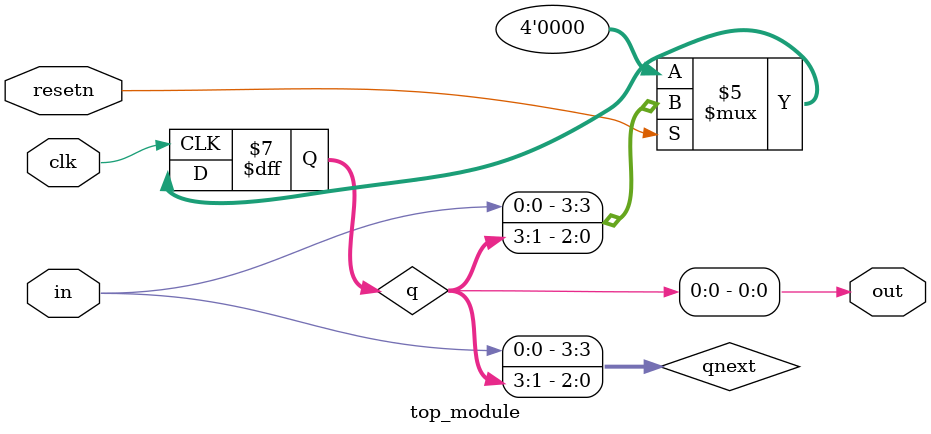
<source format=v>
module top_module (
    input clk,
    input resetn,   // synchronous reset
    input in,
    output out);

  // using vectors, which will be useful in the case of longer vectors.
    reg [3:0] q, qnext;
    always @(*) begin
        qnext = {in,q[3:1]};	// shifting in and left shifting rest.
    end
    always @(posedge clk) begin
        if (!resetn) q <= 4'h0;
        else q <= qnext;
    end
    
    assign out = q[0];

  // m = 2: since we have only four bits, we can use them individually without vector
  /*
    reg d3,d2,d1,d0;
    always @(posedge clk) begin
        if (!resetn) begin
            d3 <= 0;
            d2 <= 0;
            d1 <= 0;
            d0 <= 0;
        end
        else begin
            d3 <= in;
            d2 <= d3;
            d1 <= d2;
            d0 <= d1;
        end
        
    end
    assign out = d0;
  */

endmodule

</source>
